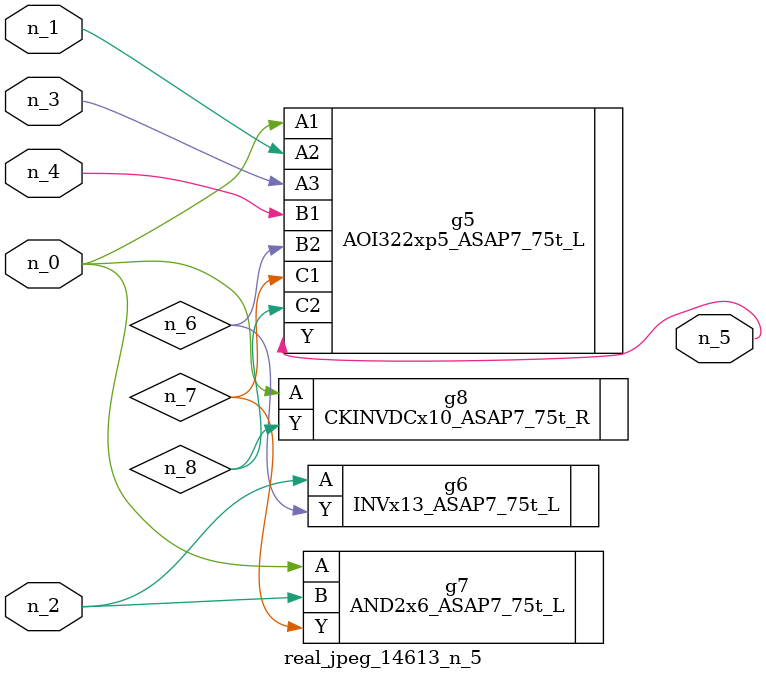
<source format=v>
module real_jpeg_14613_n_5 (n_4, n_0, n_1, n_2, n_3, n_5);

input n_4;
input n_0;
input n_1;
input n_2;
input n_3;

output n_5;

wire n_8;
wire n_6;
wire n_7;

AOI322xp5_ASAP7_75t_L g5 ( 
.A1(n_0),
.A2(n_1),
.A3(n_3),
.B1(n_4),
.B2(n_6),
.C1(n_7),
.C2(n_8),
.Y(n_5)
);

AND2x6_ASAP7_75t_L g7 ( 
.A(n_0),
.B(n_2),
.Y(n_7)
);

CKINVDCx10_ASAP7_75t_R g8 ( 
.A(n_0),
.Y(n_8)
);

INVx13_ASAP7_75t_L g6 ( 
.A(n_2),
.Y(n_6)
);


endmodule
</source>
